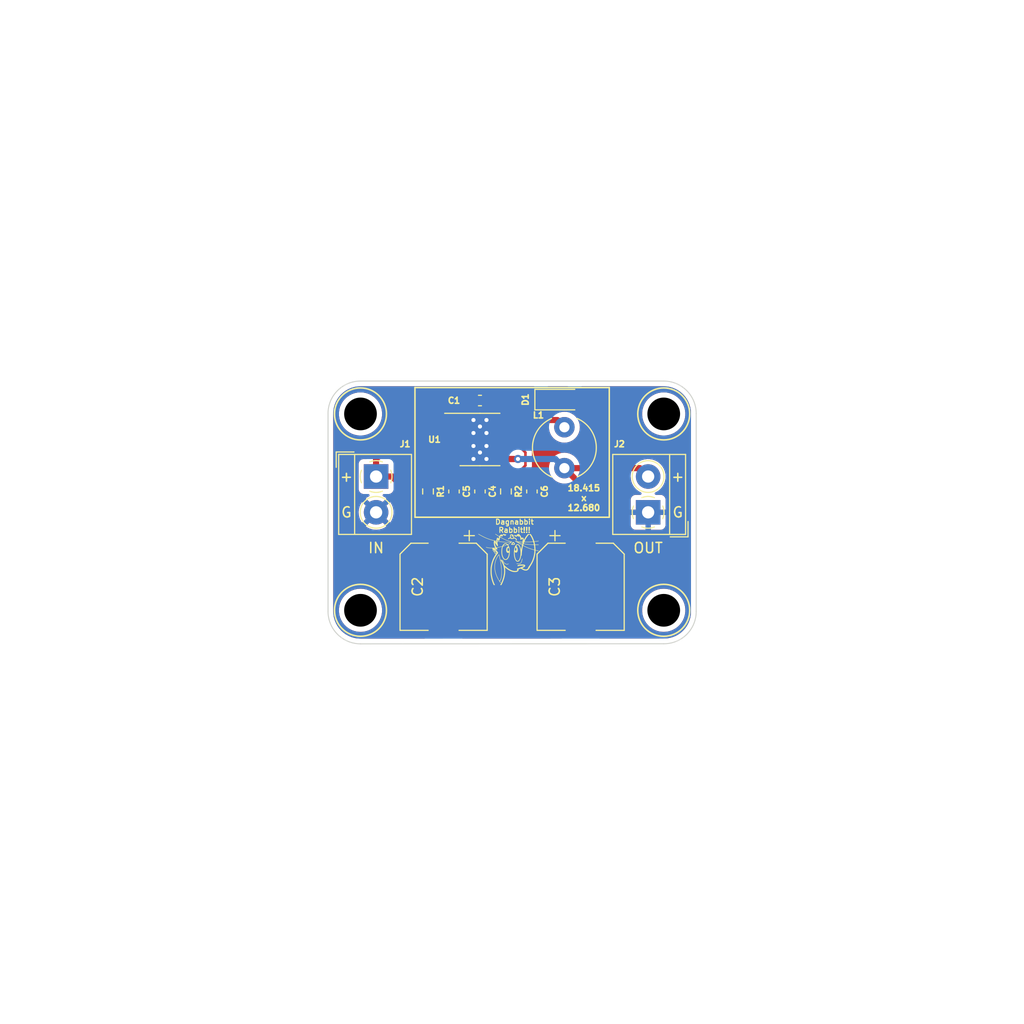
<source format=kicad_pcb>
(kicad_pcb (version 20211014) (generator pcbnew)
  (layers (0 "F.Cu" signal) (31 "B.Cu" signal) (34 "B.Paste" user) (35 "F.Paste" user) (36 "B.SilkS" user "B.Silkscreen") (37 "F.SilkS" user "F.Silkscreen") (38 "B.Mask" user) (39 "F.Mask" user) (44 "Edge.Cuts" user))
  (net 0 "")
  (net 1 "Net-(C1-Pad1)")
  (net 2 "Net-(C1-Pad2)")
  (net 3 "Vin")
  (net 4 "GND")
  (net 5 "Vout")
  (net 6 "Net-(C4-Pad1)")
  (net 7 "Net-(C5-Pad1)")
  (net 8 "Net-(C6-Pad1)")
  (net 9 "Net-(R1-Pad1)")
  (footprint "Diode_SMD:D_SOD-123" (layer "F.Cu") (at 104.4767 89)
    (fp_text reference "D1" (at -3.175 0 90) (layer "F.SilkS") (effects (font (size 0.6 0.6))))
    (fp_text value "DSK24")
    (pad "1" smd rect (at -1.65 0) (size 0.9 1.2) (layers "F.Cu" "F.Paste" "F.Mask") (net 2 "Net-(C1-Pad2)"))
    (pad "2" smd rect (at 1.65 0) (size 0.9 1.2) (layers "F.Cu" "F.Paste" "F.Mask") (net 4 "GND"))
  )
  (footprint "TerminalBlock_4Ucon:TerminalBlock_4Ucon_1x02_P3.50mm_Horizontal" (layer "F.Cu") (at 113.3 100.02 90)
    (fp_text reference "J2" (at 6.675 -2.81) (layer "F.SilkS") (effects (font (size 0.6 0.6))))
    (fp_text value "Output")
    (pad "1" thru_hole rect (at 0 0 90) (size 2.4 2.4) (drill 1.2) (layers *.Cu *.Mask) (net 4 "GND"))
    (pad "2" thru_hole circle (at 3.5 0 90) (size 2.4 2.4) (drill 1.2) (layers *.Cu *.Mask) (net 5 "Vout"))
  )
  (footprint "Tinker:Mount" (layer "F.Cu") (at 114.825 109.6)
    (fp_text reference "REF**" hide)
    (fp_text value "Mount" hide)
    (pad "" np_thru_hole circle (at 0 0) (size 3.2 3.2) (drill 3.2) (layers *.Mask))
  )
  (footprint "Capacitor_SMD:C_0603_1608Metric_Pad1.08x0.95mm_HandSolder" (layer "F.Cu") (at 96.8567 89.09)
    (fp_text reference "C1" (at -2.54 0) (layer "F.SilkS") (effects (font (size 0.6 0.6))))
    (fp_text value "0.1uF")
    (pad "1" smd roundrect (at -0.8625 0) (size 1.075 0.95) (layers "F.Cu" "F.Paste" "F.Mask") (net 1 "Net-(C1-Pad1)"))
    (pad "2" smd roundrect (at 0.8625 0) (size 1.075 0.95) (layers "F.Cu" "F.Paste" "F.Mask") (net 2 "Net-(C1-Pad2)"))
  )
  (footprint "Package_SO:SOIC-8_3.9x4.9mm_P1.27mm" (layer "F.Cu") (at 96.8567 92.9)
    (fp_text reference "U1" (at -4.445 0) (layer "F.SilkS") (effects (font (size 0.6 0.6))))
    (fp_text value "TPS5403")
    (pad "1" smd roundrect (at -2.475 -1.905) (size 1.95 0.6) (layers "F.Cu" "F.Paste" "F.Mask") (net 1 "Net-(C1-Pad1)"))
    (pad "2" smd roundrect (at -2.475 -0.635) (size 1.95 0.6) (layers "F.Cu" "F.Paste" "F.Mask") (net 3 "Vin"))
    (pad "3" smd roundrect (at -2.475 0.635) (size 1.95 0.6) (layers "F.Cu" "F.Paste" "F.Mask") (net 9 "Net-(R1-Pad1)"))
    (pad "4" smd roundrect (at -2.475 1.905) (size 1.95 0.6) (layers "F.Cu" "F.Paste" "F.Mask") (net 7 "Net-(C5-Pad1)"))
    (pad "5" smd roundrect (at 2.475 1.905) (size 1.95 0.6) (layers "F.Cu" "F.Paste" "F.Mask") (net 5 "Vout"))
    (pad "6" smd roundrect (at 2.475 0.635) (size 1.95 0.6) (layers "F.Cu" "F.Paste" "F.Mask") (net 6 "Net-(C4-Pad1)"))
    (pad "7" smd roundrect (at 2.475 -0.635) (size 1.95 0.6) (layers "F.Cu" "F.Paste" "F.Mask") (net 4 "GND"))
    (pad "8" smd roundrect (at 2.475 -1.905) (size 1.95 0.6) (layers "F.Cu" "F.Paste" "F.Mask") (net 2 "Net-(C1-Pad2)"))
  )
  (footprint "Inductor_THT:L_Radial_D6.0mm_P4.00mm" (layer "F.Cu") (at 105.1117 91.7 -90)
    (fp_text reference "L1" (at -1.175 2.54) (layer "F.SilkS") (effects (font (size 0.6 0.6))))
    (fp_text value "L_Ferrite")
    (pad "1" thru_hole circle (at 0 0 270) (size 2 2) (drill 1) (layers *.Cu *.Mask) (net 2 "Net-(C1-Pad2)"))
    (pad "2" thru_hole circle (at 4 0 270) (size 2 2) (drill 1) (layers *.Cu *.Mask) (net 5 "Vout"))
  )
  (footprint "Tinker:Mount" (layer "F.Cu") (at 85.175 90.4)
    (fp_text reference "REF**" hide)
    (fp_text value "Mount" hide)
    (pad "" np_thru_hole circle (at 0 0) (size 3.2 3.2) (drill 3.2) (layers *.Mask))
  )
  (footprint "Capacitor_SMD:C_0603_1608Metric_Pad1.08x0.95mm_HandSolder" (layer "F.Cu") (at 101.9367 97.98 -90)
    (fp_text reference "C6" (at 0 -1.23 90) (layer "F.SilkS") (effects (font (size 0.6 0.6))))
    (fp_text value "2.2nF")
    (pad "1" smd roundrect (at -0.8625 0 270) (size 1.075 0.95) (layers "F.Cu" "F.Paste" "F.Mask") (net 8 "Net-(C6-Pad1)"))
    (pad "2" smd roundrect (at 0.8625 0 270) (size 1.075 0.95) (layers "F.Cu" "F.Paste" "F.Mask") (net 4 "GND"))
  )
  (footprint "Resistor_SMD:R_0603_1608Metric_Pad0.98x0.95mm_HandSolder" (layer "F.Cu") (at 99.3967 97.98 -90)
    (fp_text reference "R2" (at 0 -1.23 90) (layer "F.SilkS") (effects (font (size 0.6 0.6))))
    (fp_text value "47K")
    (pad "1" smd roundrect (at -0.9125 0 270) (size 0.975 0.95) (layers "F.Cu" "F.Paste" "F.Mask") (net 6 "Net-(C4-Pad1)"))
    (pad "2" smd roundrect (at 0.9125 0 270) (size 0.975 0.95) (layers "F.Cu" "F.Paste" "F.Mask") (net 8 "Net-(C6-Pad1)"))
  )
  (footprint "Tinker:Mount" (layer "F.Cu") (at 85.175 109.6)
    (fp_text reference "REF**" hide)
    (fp_text value "Mount" hide)
    (pad "" np_thru_hole circle (at 0 0) (size 3.2 3.2) (drill 3.2) (layers *.Mask))
  )
  (footprint "Capacitor_SMD:CP_Elec_8x10" (layer "F.Cu") (at 106.7 107.3 -90)
    (fp_text reference "C3" (at 0 2.54 90) (layer "F.SilkS"))
    (fp_text value "330uF")
    (pad "1" smd roundrect (at -3.25 0 270) (size 3.5 2.5) (layers "F.Cu" "F.Paste" "F.Mask") (roundrect_rratio 0.1) (net 5 "Vout"))
    (pad "2" smd roundrect (at 3.25 0 270) (size 3.5 2.5) (layers "F.Cu" "F.Paste" "F.Mask") (roundrect_rratio 0.1) (net 4 "GND"))
  )
  (footprint "Tinker:DagNabbit" (layer "F.Cu") (at 99.9 104 180)
    (fp_text reference "REF**" hide)
    (fp_text value "DagNabbit" hide)
    (fp_text user "Dagnabbit\nRabbit!!!" (at -0.331667 2.64) (layer "F.SilkS") (effects (font (size 0.5 0.5) (thickness 0.1))))
  )
  (footprint "Capacitor_SMD:C_0603_1608Metric_Pad1.08x0.95mm_HandSolder" (layer "F.Cu") (at 96.8567 97.98 -90)
    (fp_text reference "C4" (at 0 -1.23 90) (layer "F.SilkS") (effects (font (size 0.6 0.6))))
    (fp_text value "100pF")
    (pad "1" smd roundrect (at -0.8625 0 270) (size 1.075 0.95) (layers "F.Cu" "F.Paste" "F.Mask") (net 6 "Net-(C4-Pad1)"))
    (pad "2" smd roundrect (at 0.8625 0 270) (size 1.075 0.95) (layers "F.Cu" "F.Paste" "F.Mask") (net 4 "GND"))
  )
  (footprint "Capacitor_SMD:CP_Elec_8x10" (layer "F.Cu") (at 93.3 107.3 -90)
    (fp_text reference "C2" (at 0 2.54 90) (layer "F.SilkS"))
    (fp_text value "330uF")
    (pad "1" smd roundrect (at -3.25 0 270) (size 3.5 2.5) (layers "F.Cu" "F.Paste" "F.Mask") (roundrect_rratio 0.1) (net 3 "Vin"))
    (pad "2" smd roundrect (at 3.25 0 270) (size 3.5 2.5) (layers "F.Cu" "F.Paste" "F.Mask") (roundrect_rratio 0.1) (net 4 "GND"))
  )
  (footprint "Resistor_SMD:R_0603_1608Metric_Pad0.98x0.95mm_HandSolder" (layer "F.Cu") (at 91.7767 97.98 -90)
    (fp_text reference "R1" (at 0 -1.23 90) (layer "F.SilkS") (effects (font (size 0.6 0.6))))
    (fp_text value "100K")
    (pad "1" smd roundrect (at -0.9125 0 270) (size 0.975 0.95) (layers "F.Cu" "F.Paste" "F.Mask") (net 9 "Net-(R1-Pad1)"))
    (pad "2" smd roundrect (at 0.9125 0 270) (size 0.975 0.95) (layers "F.Cu" "F.Paste" "F.Mask") (net 4 "GND"))
  )
  (footprint "Capacitor_SMD:C_0603_1608Metric_Pad1.08x0.95mm_HandSolder" (layer "F.Cu") (at 94.3167 97.98 -90)
    (fp_text reference "C5" (at 0 -1.23 90) (layer "F.SilkS") (effects (font (size 0.6 0.6))))
    (fp_text value "10nF")
    (pad "1" smd roundrect (at -0.8625 0 270) (size 1.075 0.95) (layers "F.Cu" "F.Paste" "F.Mask") (net 7 "Net-(C5-Pad1)"))
    (pad "2" smd roundrect (at 0.8625 0 270) (size 1.075 0.95) (layers "F.Cu" "F.Paste" "F.Mask") (net 4 "GND"))
  )
  (footprint "TerminalBlock_4Ucon:TerminalBlock_4Ucon_1x02_P3.50mm_Horizontal" (layer "F.Cu") (at 86.7 96.52 -90)
    (fp_text reference "J1" (at -3.175 -2.835) (layer "F.SilkS") (effects (font (size 0.6 0.6))))
    (fp_text value "Input")
    (pad "1" thru_hole rect (at 0 0 270) (size 2.4 2.4) (drill 1.2) (layers *.Cu *.Mask) (net 3 "Vin"))
    (pad "2" thru_hole circle (at 3.5 0 270) (size 2.4 2.4) (drill 1.2) (layers *.Cu *.Mask) (net 4 "GND"))
  )
  (footprint "Tinker:Mount" (layer "F.Cu") (at 114.825 90.4)
    (fp_text reference "REF**" hide)
    (fp_text value "Mount" hide)
    (pad "" np_thru_hole circle (at 0 0) (size 3.2 3.2) (drill 3.2) (layers *.Mask))
  )
  (gr_line (start 109.5 100.5) (end 109.5 87.82) (layer "F.SilkS") (width 0.15))
  (gr_line (start 109.5 87.82) (end 90.5 87.82) (layer "F.SilkS") (width 0.15))
  (gr_line (start 90.5 87.82) (end 90.5067 100.5) (layer "F.SilkS") (width 0.15))
  (gr_line (start 90.5067 100.5) (end 109.5 100.5) (layer "F.SilkS") (width 0.15))
  (gr_line (start 118 109.6958) (end 118 90.36) (layer "Edge.Cuts") (width 0.1))
  (gr_line (start 85.175 112.879936) (end 114.825 112.8708) (layer "Edge.Cuts") (width 0.1))
  (gr_arc (start 85.175 112.879936) (mid 82.929936 111.95) (end 82 109.704936) (layer "Edge.Cuts") (width 0.1))
  (gr_line (start 82 90.36) (end 82 109.704936) (layer "Edge.Cuts") (width 0.1))
  (gr_arc (start 82 90.36) (mid 82.929936 88.114936) (end 85.175 87.185) (layer "Edge.Cuts") (width 0.1))
  (gr_arc (start 114.825 87.185) (mid 117.070064 88.114936) (end 118 90.36) (layer "Edge.Cuts") (width 0.1))
  (gr_line (start 114.825 87.185) (end 85.175 87.185) (layer "Edge.Cuts") (width 0.1))
  (gr_arc (start 118 109.6958) (mid 117.0792 111.95) (end 114.825 112.8708) (layer "Edge.Cuts") (width 0.1))
  (gr_text "IN" (at 86.7 103.505) (layer "F.SilkS") (effects (font (size 1 1))))
  (gr_text "+" (at 116.2 96.52) (layer "F.SilkS") (effects (font (size 1 1))))
  (gr_text "18.415\nx\n12.680" (at 107.0167 98.615) (layer "F.SilkS") (effects (font (size 0.6 0.6))))
  (gr_text "G" (at 116.2 100.02) (layer "F.SilkS") (effects (font (size 1 1))))
  (gr_text "+" (at 83.8 96.52) (layer "F.SilkS") (effects (font (size 1 1))))
  (gr_text "G" (at 83.8 100.02) (layer "F.SilkS") (effects (font (size 1 1))))
  (gr_text "OUT" (at 113.3 103.505) (layer "F.SilkS") (effects (font (size 1 1))))
  (segment (start 95.9942 89.09) (end 95.9942 89.3825) (width 0.25) (layer "F.Cu") (net 1))
  (segment (start 95.9942 89.3825) (end 94.3817 90.995) (width 0.25) (layer "F.Cu") (net 1))
  (segment (start 100.8317 90.995) (end 102.8267 89) (width 0.6) (layer "F.Cu") (net 2))
  (segment (start 99.3317 90.995) (end 104.4067 90.995) (width 0.6) (layer "F.Cu") (net 2))
  (segment (start 99.3317 90.995) (end 100.8317 90.995) (width 0.6) (layer "F.Cu") (net 2))
  (segment (start 104.4067 90.995) (end 105.1117 91.7) (width 0.6) (layer "F.Cu") (net 2))
  (segment (start 97.7192 89.3825) (end 99.3317 90.995) (width 0.25) (layer "F.Cu") (net 2))
  (segment (start 97.7192 89.09) (end 97.7192 89.3825) (width 0.25) (layer "F.Cu") (net 2))
  (segment (start 89.8717 100.06) (end 92.71 102.8983) (width 0.6) (layer "F.Cu") (net 3))
  (segment (start 86.6967 94.805) (end 86.6967 96.5167) (width 0.6) (layer "F.Cu") (net 3))
  (segment (start 86.7 96.52) (end 88.265 96.52) (width 0.6) (layer "F.Cu") (net 3))
  (segment (start 94.3817 92.265) (end 89.2367 92.265) (width 0.6) (layer "F.Cu") (net 3))
  (segment (start 89.2367 92.265) (end 86.6967 94.805) (width 0.6) (layer "F.Cu") (net 3))
  (segment (start 88.265 96.52) (end 89.8717 98.1267) (width 0.6) (layer "F.Cu") (net 3))
  (segment (start 92.71 102.8983) (end 92.71 104.05) (width 0.6) (layer "F.Cu") (net 3))
  (segment (start 86.6967 96.5167) (end 86.7 96.52) (width 0.6) (layer "F.Cu") (net 3))
  (segment (start 89.8717 98.1267) (end 89.8717 100.06) (width 0.6) (layer "F.Cu") (net 3))
  (via (at 96.2217 93.535) (size 0.8) (drill 0.4) (layers "F.Cu" "B.Cu") (net 4))
  (via (at 97.4917 92.265) (size 0.8) (drill 0.4) (layers "F.Cu" "B.Cu") (net 4))
  (via (at 96.2217 92.265) (size 0.8) (drill 0.4) (layers "F.Cu" "B.Cu") (net 4))
  (via (at 96.8567 91.63) (size 0.8) (drill 0.4) (layers "F.Cu" "B.Cu") (net 4))
  (via (at 96.2217 94.805) (size 0.8) (drill 0.4) (layers "F.Cu" "B.Cu") (net 4))
  (via (at 97.4917 94.805) (size 0.8) (drill 0.4) (layers "F.Cu" "B.Cu") (net 4))
  (via (at 96.8567 94.17) (size 0.8) (drill 0.4) (layers "F.Cu" "B.Cu") (net 4))
  (via (at 96.2217 90.995) (size 0.8) (drill 0.4) (layers "F.Cu" "B.Cu") (net 4))
  (via (at 97.4917 93.535) (size 0.8) (drill 0.4) (layers "F.Cu" "B.Cu") (net 4))
  (via (at 97.4917 90.995) (size 0.8) (drill 0.4) (layers "F.Cu" "B.Cu") (net 4))
  (segment (start 106.7 97.2883) (end 106.7 104.05) (width 0.6) (layer "F.Cu") (net 5))
  (segment (start 112.48 95.7) (end 113.3 96.52) (width 0.6) (layer "F.Cu") (net 5))
  (segment (start 105.1117 95.7) (end 106.7 97.2883) (width 0.6) (layer "F.Cu") (net 5))
  (segment (start 100.5717 94.805) (end 99.3317 94.805) (width 0.6) (layer "F.Cu") (net 5))
  (segment (start 105.1117 95.7) (end 112.48 95.7) (width 0.6) (layer "F.Cu") (net 5))
  (via (at 100.5717 94.805) (size 0.8) (drill 0.4) (layers "F.Cu" "B.Cu") (net 5))
  (segment (start 100.5717 94.805) (end 104.2167 94.805) (width 0.6) (layer "B.Cu") (net 5))
  (segment (start 104.2167 94.805) (end 105.1117 95.7) (width 0.6) (layer "B.Cu") (net 5))
  (segment (start 99.3967 97.0675) (end 96.9067 97.0675) (width 0.25) (layer "F.Cu") (net 6))
  (segment (start 96.9067 97.0675) (end 96.8567 97.1175) (width 0.25) (layer "F.Cu") (net 6))
  (segment (start 99.6742 97.0675) (end 99.3967 97.0675) (width 0.25) (layer "F.Cu") (net 6))
  (segment (start 100.6667 93.535) (end 101.3017 94.17) (width 0.25) (layer "F.Cu") (net 6))
  (segment (start 101.3017 95.44) (end 99.6742 97.0675) (width 0.25) (layer "F.Cu") (net 6))
  (segment (start 99.3317 93.535) (end 100.6667 93.535) (width 0.25) (layer "F.Cu") (net 6))
  (segment (start 101.3017 94.17) (end 101.3017 95.44) (width 0.25) (layer "F.Cu") (net 6))
  (segment (start 94.3167 94.87) (end 94.3817 94.805) (width 0.25) (layer "F.Cu") (net 7))
  (segment (start 94.3167 97.1175) (end 94.3167 94.87) (width 0.25) (layer "F.Cu") (net 7))
  (segment (start 99.3967 98.8925) (end 99.7542 98.8925) (width 0.25) (layer "F.Cu") (net 8))
  (segment (start 99.7542 98.8925) (end 101.5292 97.1175) (width 0.25) (layer "F.Cu") (net 8))
  (segment (start 101.5292 97.1175) (end 101.9367 97.1175) (width 0.25) (layer "F.Cu") (net 8))
  (segment (start 93.0467 93.535) (end 91.7767 94.805) (width 0.25) (layer "F.Cu") (net 9))
  (segment (start 91.7767 94.805) (end 91.7767 97.0675) (width 0.25) (layer "F.Cu") (net 9))
  (segment (start 94.3817 93.535) (end 93.0467 93.535) (width 0.25) (layer "F.Cu") (net 9))
  (zone (net 4) (net_name "GND") (layer "F.Cu") (connect_pads (clearance 0.508)) (min_thickness 0.254) (fill yes (thermal_gap 0.508) (thermal_bridge_width 0.508))
    (polygon (pts (xy 119.0817 113.855) (xy 81.6167 113.855) (xy 81.6167 86.55) (xy 119.0817 86.55)))
  )
  (zone (net 4) (net_name "GND") (layer "B.Cu") (connect_pads (clearance 0.508)) (min_thickness 0.254) (fill yes (thermal_gap 0.508) (thermal_bridge_width 0.508))
    (polygon (pts (xy 119.0817 113.855) (xy 81.6167 113.855) (xy 81.6167 86.55) (xy 119.0817 86.55)))
  )
)
</source>
